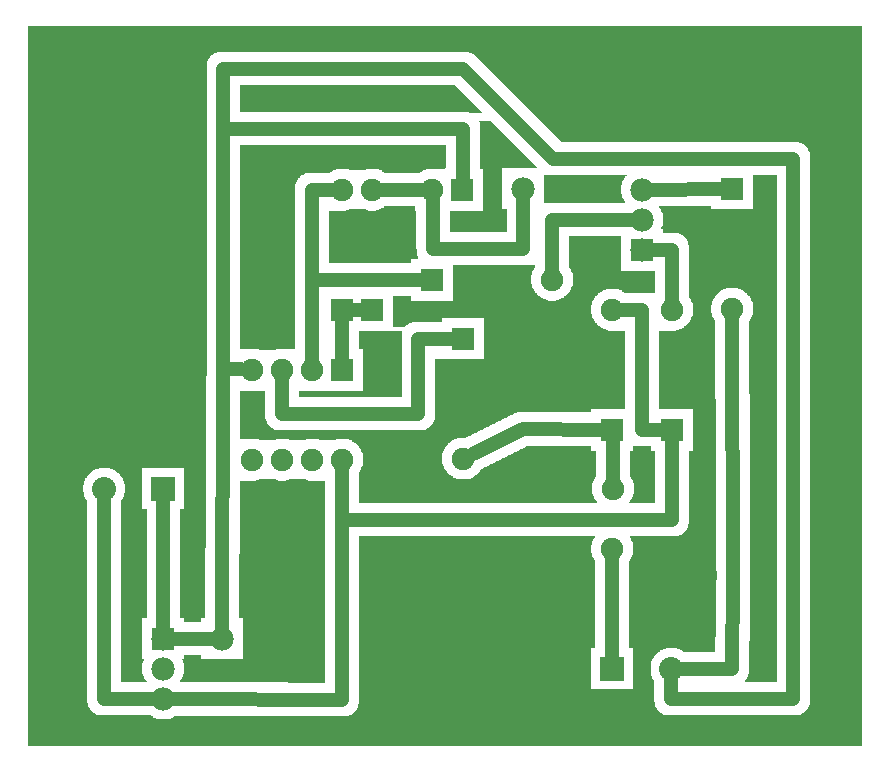
<source format=gbl>
G04 MADE WITH FRITZING*
G04 WWW.FRITZING.ORG*
G04 SINGLE SIDED*
G04 HOLES NOT PLATED*
G04 CONTOUR ON CENTER OF CONTOUR VECTOR*
%ASAXBY*%
%FSLAX23Y23*%
%MOIN*%
%OFA0B0*%
%SFA1.0B1.0*%
%ADD10C,0.075000*%
%ADD11C,0.080000*%
%ADD12C,0.078000*%
%ADD13R,0.080000X0.080000*%
%ADD14R,0.075000X0.075000*%
%ADD15R,0.078000X0.078000*%
%ADD16C,0.048000*%
%LNCOPPER0*%
G90*
G70*
G54D10*
X1579Y1993D03*
X783Y1858D03*
X1079Y1732D03*
X1176Y1329D03*
X1877Y1645D03*
X777Y816D03*
X1576Y2330D03*
G54D11*
X1950Y270D03*
X2147Y270D03*
X453Y870D03*
X256Y870D03*
G54D10*
X1050Y1267D03*
X1050Y967D03*
X950Y1267D03*
X950Y967D03*
X850Y1267D03*
X850Y967D03*
X750Y1267D03*
X750Y967D03*
G54D12*
X453Y370D03*
X453Y270D03*
X453Y170D03*
X2050Y1667D03*
X2050Y1767D03*
X2050Y1867D03*
X650Y370D03*
G54D10*
X1453Y1370D03*
X1453Y970D03*
X1150Y1467D03*
X1150Y1867D03*
X1050Y1467D03*
X1050Y1867D03*
X1450Y1867D03*
X1350Y1867D03*
X1350Y1567D03*
X1750Y1567D03*
X2150Y1067D03*
X2150Y1467D03*
X1950Y1067D03*
X1950Y1467D03*
X1950Y670D03*
X1953Y870D03*
X2350Y1870D03*
X2350Y1470D03*
G54D12*
X1653Y1870D03*
G54D13*
X1950Y270D03*
X453Y870D03*
G54D14*
X1050Y1267D03*
G54D15*
X453Y370D03*
X2050Y1667D03*
G54D14*
X1453Y1370D03*
X1150Y1467D03*
X1050Y1467D03*
X1450Y1867D03*
X1350Y1567D03*
X2150Y1067D03*
X1950Y1067D03*
X2350Y1870D03*
G54D16*
X256Y170D02*
X416Y170D01*
D02*
X256Y833D02*
X256Y170D01*
D02*
X490Y370D02*
X613Y370D01*
D02*
X1050Y767D02*
X1050Y931D01*
D02*
X1050Y167D02*
X1050Y767D01*
D02*
X490Y170D02*
X1050Y167D01*
D02*
X1303Y1370D02*
X1417Y1370D01*
D02*
X1303Y1120D02*
X1303Y1370D01*
D02*
X850Y1120D02*
X1303Y1120D01*
D02*
X850Y1231D02*
X850Y1120D01*
D02*
X1050Y1431D02*
X1050Y1303D01*
D02*
X1114Y1467D02*
X1086Y1467D01*
D02*
X950Y1867D02*
X950Y1303D01*
D02*
X1014Y1867D02*
X950Y1867D01*
D02*
X1186Y1867D02*
X1314Y1867D01*
D02*
X950Y1567D02*
X950Y1867D01*
D02*
X1314Y1567D02*
X950Y1567D01*
D02*
X1653Y1070D02*
X1914Y1067D01*
D02*
X1485Y986D02*
X1653Y1070D01*
D02*
X2050Y1067D02*
X2114Y1067D01*
D02*
X2050Y1467D02*
X2050Y1067D01*
D02*
X1986Y1467D02*
X2050Y1467D01*
D02*
X1750Y1767D02*
X2013Y1767D01*
D02*
X1750Y1603D02*
X1750Y1767D01*
D02*
X2150Y1667D02*
X2087Y1667D01*
D02*
X2150Y1503D02*
X2150Y1667D01*
D02*
X2150Y767D02*
X1050Y767D01*
D02*
X2150Y1031D02*
X2150Y767D01*
D02*
X1951Y1031D02*
X1953Y906D01*
D02*
X1950Y634D02*
X1950Y307D01*
D02*
X2087Y1867D02*
X2314Y1869D01*
D02*
X2353Y570D02*
X2350Y270D01*
D02*
X2350Y1434D02*
X2353Y570D01*
D02*
X2350Y270D02*
X2184Y270D01*
D02*
X653Y1270D02*
X714Y1268D01*
D02*
X650Y407D02*
X653Y1270D01*
D02*
X653Y2070D02*
X653Y1270D01*
D02*
X1453Y2070D02*
X653Y2070D01*
D02*
X1451Y1903D02*
X1453Y2070D01*
D02*
X1753Y1970D02*
X1453Y2270D01*
D02*
X2553Y1970D02*
X1753Y1970D01*
D02*
X1453Y2270D02*
X653Y2270D01*
D02*
X2147Y170D02*
X2553Y170D01*
D02*
X2553Y170D02*
X2553Y1970D01*
D02*
X653Y2270D02*
X653Y2070D01*
D02*
X2147Y233D02*
X2147Y170D01*
D02*
X453Y833D02*
X453Y407D01*
D02*
X1653Y1670D02*
X1653Y1833D01*
D02*
X1353Y1670D02*
X1653Y1670D01*
D02*
X1351Y1831D02*
X1353Y1670D01*
G36*
X710Y2215D02*
X710Y2127D01*
X1464Y2127D01*
X1464Y2125D01*
X1474Y2125D01*
X1474Y2123D01*
X1516Y2123D01*
X1516Y2125D01*
X1514Y2125D01*
X1514Y2127D01*
X1512Y2127D01*
X1512Y2129D01*
X1510Y2129D01*
X1510Y2131D01*
X1508Y2131D01*
X1508Y2133D01*
X1506Y2133D01*
X1506Y2135D01*
X1504Y2135D01*
X1504Y2137D01*
X1502Y2137D01*
X1502Y2139D01*
X1500Y2139D01*
X1500Y2141D01*
X1498Y2141D01*
X1498Y2143D01*
X1496Y2143D01*
X1496Y2145D01*
X1494Y2145D01*
X1494Y2147D01*
X1492Y2147D01*
X1492Y2149D01*
X1490Y2149D01*
X1490Y2151D01*
X1488Y2151D01*
X1488Y2153D01*
X1486Y2153D01*
X1486Y2155D01*
X1484Y2155D01*
X1484Y2157D01*
X1482Y2157D01*
X1482Y2159D01*
X1480Y2159D01*
X1480Y2161D01*
X1478Y2161D01*
X1478Y2163D01*
X1476Y2163D01*
X1476Y2165D01*
X1474Y2165D01*
X1474Y2167D01*
X1472Y2167D01*
X1472Y2169D01*
X1470Y2169D01*
X1470Y2171D01*
X1468Y2171D01*
X1468Y2173D01*
X1466Y2173D01*
X1466Y2175D01*
X1464Y2175D01*
X1464Y2177D01*
X1462Y2177D01*
X1462Y2179D01*
X1460Y2179D01*
X1460Y2181D01*
X1458Y2181D01*
X1458Y2183D01*
X1456Y2183D01*
X1456Y2185D01*
X1454Y2185D01*
X1454Y2187D01*
X1452Y2187D01*
X1452Y2189D01*
X1450Y2189D01*
X1450Y2191D01*
X1448Y2191D01*
X1448Y2193D01*
X1446Y2193D01*
X1446Y2195D01*
X1444Y2195D01*
X1444Y2197D01*
X1442Y2197D01*
X1442Y2199D01*
X1440Y2199D01*
X1440Y2201D01*
X1438Y2201D01*
X1438Y2203D01*
X1436Y2203D01*
X1436Y2205D01*
X1434Y2205D01*
X1434Y2207D01*
X1432Y2207D01*
X1432Y2209D01*
X1430Y2209D01*
X1430Y2211D01*
X1428Y2211D01*
X1428Y2213D01*
X1426Y2213D01*
X1426Y2215D01*
X710Y2215D01*
G37*
D02*
G36*
X1506Y2095D02*
X1506Y2091D01*
X1508Y2091D01*
X1508Y2081D01*
X1510Y2081D01*
X1510Y2055D01*
X1508Y2055D01*
X1508Y1937D01*
X1520Y1937D01*
X1520Y1797D01*
X1408Y1797D01*
X1408Y1727D01*
X1598Y1727D01*
X1598Y1801D01*
X1584Y1801D01*
X1584Y1939D01*
X1700Y1939D01*
X1700Y1941D01*
X1698Y1941D01*
X1698Y1943D01*
X1696Y1943D01*
X1696Y1945D01*
X1694Y1945D01*
X1694Y1947D01*
X1692Y1947D01*
X1692Y1949D01*
X1690Y1949D01*
X1690Y1951D01*
X1688Y1951D01*
X1688Y1953D01*
X1686Y1953D01*
X1686Y1955D01*
X1684Y1955D01*
X1684Y1957D01*
X1682Y1957D01*
X1682Y1959D01*
X1680Y1959D01*
X1680Y1961D01*
X1678Y1961D01*
X1678Y1963D01*
X1676Y1963D01*
X1676Y1965D01*
X1674Y1965D01*
X1674Y1967D01*
X1672Y1967D01*
X1672Y1969D01*
X1670Y1969D01*
X1670Y1971D01*
X1668Y1971D01*
X1668Y1973D01*
X1666Y1973D01*
X1666Y1975D01*
X1664Y1975D01*
X1664Y1977D01*
X1662Y1977D01*
X1662Y1979D01*
X1660Y1979D01*
X1660Y1981D01*
X1658Y1981D01*
X1658Y1983D01*
X1656Y1983D01*
X1656Y1985D01*
X1654Y1985D01*
X1654Y1987D01*
X1652Y1987D01*
X1652Y1989D01*
X1650Y1989D01*
X1650Y1991D01*
X1648Y1991D01*
X1648Y1993D01*
X1646Y1993D01*
X1646Y1995D01*
X1644Y1995D01*
X1644Y1997D01*
X1642Y1997D01*
X1642Y1999D01*
X1640Y1999D01*
X1640Y2001D01*
X1638Y2001D01*
X1638Y2003D01*
X1636Y2003D01*
X1636Y2005D01*
X1634Y2005D01*
X1634Y2007D01*
X1632Y2007D01*
X1632Y2009D01*
X1630Y2009D01*
X1630Y2011D01*
X1628Y2011D01*
X1628Y2013D01*
X1626Y2013D01*
X1626Y2015D01*
X1624Y2015D01*
X1624Y2017D01*
X1622Y2017D01*
X1622Y2019D01*
X1620Y2019D01*
X1620Y2021D01*
X1618Y2021D01*
X1618Y2023D01*
X1616Y2023D01*
X1616Y2025D01*
X1614Y2025D01*
X1614Y2027D01*
X1612Y2027D01*
X1612Y2029D01*
X1610Y2029D01*
X1610Y2031D01*
X1608Y2031D01*
X1608Y2033D01*
X1606Y2033D01*
X1606Y2035D01*
X1604Y2035D01*
X1604Y2037D01*
X1602Y2037D01*
X1602Y2039D01*
X1600Y2039D01*
X1600Y2041D01*
X1598Y2041D01*
X1598Y2043D01*
X1596Y2043D01*
X1596Y2045D01*
X1594Y2045D01*
X1594Y2047D01*
X1592Y2047D01*
X1592Y2049D01*
X1590Y2049D01*
X1590Y2051D01*
X1588Y2051D01*
X1588Y2053D01*
X1586Y2053D01*
X1586Y2055D01*
X1584Y2055D01*
X1584Y2057D01*
X1582Y2057D01*
X1582Y2059D01*
X1580Y2059D01*
X1580Y2061D01*
X1578Y2061D01*
X1578Y2063D01*
X1576Y2063D01*
X1576Y2065D01*
X1574Y2065D01*
X1574Y2067D01*
X1572Y2067D01*
X1572Y2069D01*
X1570Y2069D01*
X1570Y2071D01*
X1568Y2071D01*
X1568Y2073D01*
X1566Y2073D01*
X1566Y2075D01*
X1564Y2075D01*
X1564Y2077D01*
X1562Y2077D01*
X1562Y2079D01*
X1560Y2079D01*
X1560Y2081D01*
X1558Y2081D01*
X1558Y2083D01*
X1556Y2083D01*
X1556Y2085D01*
X1554Y2085D01*
X1554Y2087D01*
X1552Y2087D01*
X1552Y2089D01*
X1550Y2089D01*
X1550Y2091D01*
X1548Y2091D01*
X1548Y2093D01*
X1546Y2093D01*
X1546Y2095D01*
X1506Y2095D01*
G37*
D02*
G36*
X710Y2015D02*
X710Y1937D01*
X1164Y1937D01*
X1164Y1935D01*
X1172Y1935D01*
X1172Y1933D01*
X1176Y1933D01*
X1176Y1931D01*
X1182Y1931D01*
X1182Y1929D01*
X1184Y1929D01*
X1184Y1927D01*
X1188Y1927D01*
X1188Y1925D01*
X1190Y1925D01*
X1190Y1923D01*
X1310Y1923D01*
X1310Y1925D01*
X1312Y1925D01*
X1312Y1927D01*
X1316Y1927D01*
X1316Y1929D01*
X1318Y1929D01*
X1318Y1931D01*
X1324Y1931D01*
X1324Y1933D01*
X1328Y1933D01*
X1328Y1935D01*
X1336Y1935D01*
X1336Y1937D01*
X1394Y1937D01*
X1394Y1939D01*
X1396Y1939D01*
X1396Y2015D01*
X710Y2015D01*
G37*
D02*
G36*
X710Y1937D02*
X710Y1337D01*
X764Y1337D01*
X764Y1335D01*
X772Y1335D01*
X772Y1333D01*
X776Y1333D01*
X776Y1331D01*
X824Y1331D01*
X824Y1333D01*
X828Y1333D01*
X828Y1335D01*
X836Y1335D01*
X836Y1337D01*
X894Y1337D01*
X894Y1885D01*
X896Y1885D01*
X896Y1891D01*
X898Y1891D01*
X898Y1895D01*
X900Y1895D01*
X900Y1899D01*
X902Y1899D01*
X902Y1903D01*
X904Y1903D01*
X904Y1905D01*
X906Y1905D01*
X906Y1907D01*
X908Y1907D01*
X908Y1909D01*
X910Y1909D01*
X910Y1911D01*
X912Y1911D01*
X912Y1913D01*
X914Y1913D01*
X914Y1915D01*
X918Y1915D01*
X918Y1917D01*
X922Y1917D01*
X922Y1919D01*
X926Y1919D01*
X926Y1921D01*
X934Y1921D01*
X934Y1923D01*
X1010Y1923D01*
X1010Y1925D01*
X1012Y1925D01*
X1012Y1927D01*
X1016Y1927D01*
X1016Y1929D01*
X1018Y1929D01*
X1018Y1931D01*
X1024Y1931D01*
X1024Y1933D01*
X1028Y1933D01*
X1028Y1935D01*
X1036Y1935D01*
X1036Y1937D01*
X710Y1937D01*
G37*
D02*
G36*
X1064Y1937D02*
X1064Y1935D01*
X1072Y1935D01*
X1072Y1933D01*
X1076Y1933D01*
X1076Y1931D01*
X1124Y1931D01*
X1124Y1933D01*
X1128Y1933D01*
X1128Y1935D01*
X1136Y1935D01*
X1136Y1937D01*
X1064Y1937D01*
G37*
D02*
G36*
X1722Y1915D02*
X1722Y1823D01*
X1994Y1823D01*
X1994Y1827D01*
X1992Y1827D01*
X1992Y1829D01*
X1990Y1829D01*
X1990Y1833D01*
X1988Y1833D01*
X1988Y1835D01*
X1986Y1835D01*
X1986Y1839D01*
X1984Y1839D01*
X1984Y1845D01*
X1982Y1845D01*
X1982Y1853D01*
X1980Y1853D01*
X1980Y1881D01*
X1982Y1881D01*
X1982Y1889D01*
X1984Y1889D01*
X1984Y1895D01*
X1986Y1895D01*
X1986Y1899D01*
X1988Y1899D01*
X1988Y1901D01*
X1990Y1901D01*
X1990Y1905D01*
X1992Y1905D01*
X1992Y1907D01*
X1994Y1907D01*
X1994Y1911D01*
X1996Y1911D01*
X1996Y1913D01*
X1998Y1913D01*
X1998Y1915D01*
X1722Y1915D01*
G37*
D02*
G36*
X1190Y1811D02*
X1190Y1809D01*
X1188Y1809D01*
X1188Y1807D01*
X1184Y1807D01*
X1184Y1805D01*
X1180Y1805D01*
X1180Y1803D01*
X1176Y1803D01*
X1176Y1801D01*
X1172Y1801D01*
X1172Y1799D01*
X1164Y1799D01*
X1164Y1797D01*
X1294Y1797D01*
X1294Y1811D01*
X1190Y1811D01*
G37*
D02*
G36*
X1076Y1803D02*
X1076Y1801D01*
X1072Y1801D01*
X1072Y1799D01*
X1064Y1799D01*
X1064Y1797D01*
X1136Y1797D01*
X1136Y1799D01*
X1128Y1799D01*
X1128Y1801D01*
X1124Y1801D01*
X1124Y1803D01*
X1076Y1803D01*
G37*
D02*
G36*
X1006Y1797D02*
X1006Y1795D01*
X1294Y1795D01*
X1294Y1797D01*
X1006Y1797D01*
G37*
D02*
G36*
X1006Y1797D02*
X1006Y1795D01*
X1294Y1795D01*
X1294Y1797D01*
X1006Y1797D01*
G37*
D02*
G36*
X1006Y1795D02*
X1006Y1623D01*
X1280Y1623D01*
X1280Y1637D01*
X1304Y1637D01*
X1304Y1639D01*
X1302Y1639D01*
X1302Y1645D01*
X1300Y1645D01*
X1300Y1649D01*
X1298Y1649D01*
X1298Y1669D01*
X1296Y1669D01*
X1296Y1795D01*
X1006Y1795D01*
G37*
D02*
G36*
X1106Y1397D02*
X1106Y1337D01*
X1120Y1337D01*
X1120Y1197D01*
X906Y1197D01*
X906Y1177D01*
X1248Y1177D01*
X1248Y1391D01*
X1250Y1391D01*
X1250Y1397D01*
X1106Y1397D01*
G37*
D02*
G36*
X1806Y1711D02*
X1806Y1607D01*
X1808Y1607D01*
X1808Y1605D01*
X1810Y1605D01*
X1810Y1601D01*
X1812Y1601D01*
X1812Y1597D01*
X1814Y1597D01*
X1814Y1593D01*
X1816Y1593D01*
X1816Y1589D01*
X1818Y1589D01*
X1818Y1581D01*
X1820Y1581D01*
X1820Y1553D01*
X1818Y1553D01*
X1818Y1545D01*
X1816Y1545D01*
X1816Y1541D01*
X1814Y1541D01*
X1814Y1537D01*
X1964Y1537D01*
X1964Y1535D01*
X1972Y1535D01*
X1972Y1533D01*
X1976Y1533D01*
X1976Y1531D01*
X1982Y1531D01*
X1982Y1529D01*
X1984Y1529D01*
X1984Y1527D01*
X1988Y1527D01*
X1988Y1525D01*
X1990Y1525D01*
X1990Y1523D01*
X2094Y1523D01*
X2094Y1597D01*
X1980Y1597D01*
X1980Y1711D01*
X1806Y1711D01*
G37*
D02*
G36*
X1420Y1615D02*
X1420Y1497D01*
X1736Y1497D01*
X1736Y1499D01*
X1728Y1499D01*
X1728Y1501D01*
X1724Y1501D01*
X1724Y1503D01*
X1718Y1503D01*
X1718Y1505D01*
X1716Y1505D01*
X1716Y1507D01*
X1712Y1507D01*
X1712Y1509D01*
X1710Y1509D01*
X1710Y1511D01*
X1706Y1511D01*
X1706Y1513D01*
X1704Y1513D01*
X1704Y1515D01*
X1702Y1515D01*
X1702Y1517D01*
X1700Y1517D01*
X1700Y1519D01*
X1698Y1519D01*
X1698Y1521D01*
X1696Y1521D01*
X1696Y1523D01*
X1694Y1523D01*
X1694Y1527D01*
X1692Y1527D01*
X1692Y1529D01*
X1690Y1529D01*
X1690Y1533D01*
X1688Y1533D01*
X1688Y1535D01*
X1686Y1535D01*
X1686Y1539D01*
X1684Y1539D01*
X1684Y1545D01*
X1682Y1545D01*
X1682Y1553D01*
X1680Y1553D01*
X1680Y1581D01*
X1682Y1581D01*
X1682Y1589D01*
X1684Y1589D01*
X1684Y1595D01*
X1686Y1595D01*
X1686Y1599D01*
X1688Y1599D01*
X1688Y1601D01*
X1690Y1601D01*
X1690Y1605D01*
X1692Y1605D01*
X1692Y1607D01*
X1694Y1607D01*
X1694Y1615D01*
X1420Y1615D01*
G37*
D02*
G36*
X1812Y1537D02*
X1812Y1533D01*
X1810Y1533D01*
X1810Y1529D01*
X1808Y1529D01*
X1808Y1527D01*
X1806Y1527D01*
X1806Y1523D01*
X1804Y1523D01*
X1804Y1521D01*
X1802Y1521D01*
X1802Y1519D01*
X1800Y1519D01*
X1800Y1517D01*
X1798Y1517D01*
X1798Y1515D01*
X1796Y1515D01*
X1796Y1513D01*
X1794Y1513D01*
X1794Y1511D01*
X1790Y1511D01*
X1790Y1509D01*
X1788Y1509D01*
X1788Y1507D01*
X1784Y1507D01*
X1784Y1505D01*
X1780Y1505D01*
X1780Y1503D01*
X1776Y1503D01*
X1776Y1501D01*
X1772Y1501D01*
X1772Y1499D01*
X1764Y1499D01*
X1764Y1497D01*
X1886Y1497D01*
X1886Y1499D01*
X1888Y1499D01*
X1888Y1501D01*
X1890Y1501D01*
X1890Y1505D01*
X1892Y1505D01*
X1892Y1507D01*
X1894Y1507D01*
X1894Y1511D01*
X1896Y1511D01*
X1896Y1513D01*
X1898Y1513D01*
X1898Y1515D01*
X1900Y1515D01*
X1900Y1517D01*
X1902Y1517D01*
X1902Y1519D01*
X1904Y1519D01*
X1904Y1521D01*
X1906Y1521D01*
X1906Y1523D01*
X1910Y1523D01*
X1910Y1525D01*
X1912Y1525D01*
X1912Y1527D01*
X1916Y1527D01*
X1916Y1529D01*
X1918Y1529D01*
X1918Y1531D01*
X1924Y1531D01*
X1924Y1533D01*
X1928Y1533D01*
X1928Y1535D01*
X1936Y1535D01*
X1936Y1537D01*
X1812Y1537D01*
G37*
D02*
G36*
X1220Y1511D02*
X1220Y1497D01*
X1280Y1497D01*
X1280Y1511D01*
X1220Y1511D01*
G37*
D02*
G36*
X1220Y1497D02*
X1220Y1495D01*
X1886Y1495D01*
X1886Y1497D01*
X1220Y1497D01*
G37*
D02*
G36*
X1220Y1497D02*
X1220Y1495D01*
X1886Y1495D01*
X1886Y1497D01*
X1220Y1497D01*
G37*
D02*
G36*
X1220Y1497D02*
X1220Y1495D01*
X1886Y1495D01*
X1886Y1497D01*
X1220Y1497D01*
G37*
D02*
G36*
X1220Y1495D02*
X1220Y1439D01*
X1522Y1439D01*
X1522Y1301D01*
X1360Y1301D01*
X1360Y1127D01*
X1676Y1127D01*
X1676Y1125D01*
X1880Y1125D01*
X1880Y1137D01*
X1994Y1137D01*
X1994Y1397D01*
X1936Y1397D01*
X1936Y1399D01*
X1928Y1399D01*
X1928Y1401D01*
X1924Y1401D01*
X1924Y1403D01*
X1918Y1403D01*
X1918Y1405D01*
X1916Y1405D01*
X1916Y1407D01*
X1912Y1407D01*
X1912Y1409D01*
X1910Y1409D01*
X1910Y1411D01*
X1906Y1411D01*
X1906Y1413D01*
X1904Y1413D01*
X1904Y1415D01*
X1902Y1415D01*
X1902Y1417D01*
X1900Y1417D01*
X1900Y1419D01*
X1898Y1419D01*
X1898Y1421D01*
X1896Y1421D01*
X1896Y1423D01*
X1894Y1423D01*
X1894Y1427D01*
X1892Y1427D01*
X1892Y1429D01*
X1890Y1429D01*
X1890Y1433D01*
X1888Y1433D01*
X1888Y1435D01*
X1886Y1435D01*
X1886Y1439D01*
X1884Y1439D01*
X1884Y1445D01*
X1882Y1445D01*
X1882Y1453D01*
X1880Y1453D01*
X1880Y1481D01*
X1882Y1481D01*
X1882Y1489D01*
X1884Y1489D01*
X1884Y1495D01*
X1220Y1495D01*
G37*
D02*
G36*
X1220Y1439D02*
X1220Y1409D01*
X1260Y1409D01*
X1260Y1411D01*
X1262Y1411D01*
X1262Y1413D01*
X1264Y1413D01*
X1264Y1415D01*
X1266Y1415D01*
X1266Y1417D01*
X1270Y1417D01*
X1270Y1419D01*
X1272Y1419D01*
X1272Y1421D01*
X1276Y1421D01*
X1276Y1423D01*
X1282Y1423D01*
X1282Y1425D01*
X1292Y1425D01*
X1292Y1427D01*
X1384Y1427D01*
X1384Y1439D01*
X1220Y1439D01*
G37*
D02*
G36*
X708Y1197D02*
X708Y1065D01*
X830Y1065D01*
X830Y1067D01*
X824Y1067D01*
X824Y1069D01*
X820Y1069D01*
X820Y1071D01*
X816Y1071D01*
X816Y1073D01*
X814Y1073D01*
X814Y1075D01*
X812Y1075D01*
X812Y1077D01*
X808Y1077D01*
X808Y1079D01*
X806Y1079D01*
X806Y1083D01*
X804Y1083D01*
X804Y1085D01*
X802Y1085D01*
X802Y1087D01*
X800Y1087D01*
X800Y1091D01*
X798Y1091D01*
X798Y1097D01*
X796Y1097D01*
X796Y1103D01*
X794Y1103D01*
X794Y1197D01*
X708Y1197D01*
G37*
D02*
G36*
X1360Y1127D02*
X1360Y1109D01*
X1358Y1109D01*
X1358Y1099D01*
X1356Y1099D01*
X1356Y1093D01*
X1354Y1093D01*
X1354Y1089D01*
X1352Y1089D01*
X1352Y1087D01*
X1350Y1087D01*
X1350Y1083D01*
X1348Y1083D01*
X1348Y1081D01*
X1346Y1081D01*
X1346Y1079D01*
X1344Y1079D01*
X1344Y1077D01*
X1342Y1077D01*
X1342Y1075D01*
X1340Y1075D01*
X1340Y1073D01*
X1336Y1073D01*
X1336Y1071D01*
X1334Y1071D01*
X1334Y1069D01*
X1330Y1069D01*
X1330Y1067D01*
X1324Y1067D01*
X1324Y1065D01*
X1514Y1065D01*
X1514Y1067D01*
X1518Y1067D01*
X1518Y1069D01*
X1522Y1069D01*
X1522Y1071D01*
X1526Y1071D01*
X1526Y1073D01*
X1530Y1073D01*
X1530Y1075D01*
X1534Y1075D01*
X1534Y1077D01*
X1538Y1077D01*
X1538Y1079D01*
X1542Y1079D01*
X1542Y1081D01*
X1546Y1081D01*
X1546Y1083D01*
X1550Y1083D01*
X1550Y1085D01*
X1554Y1085D01*
X1554Y1087D01*
X1558Y1087D01*
X1558Y1089D01*
X1562Y1089D01*
X1562Y1091D01*
X1566Y1091D01*
X1566Y1093D01*
X1570Y1093D01*
X1570Y1095D01*
X1574Y1095D01*
X1574Y1097D01*
X1578Y1097D01*
X1578Y1099D01*
X1582Y1099D01*
X1582Y1101D01*
X1586Y1101D01*
X1586Y1103D01*
X1590Y1103D01*
X1590Y1105D01*
X1594Y1105D01*
X1594Y1107D01*
X1598Y1107D01*
X1598Y1109D01*
X1602Y1109D01*
X1602Y1111D01*
X1606Y1111D01*
X1606Y1113D01*
X1610Y1113D01*
X1610Y1115D01*
X1614Y1115D01*
X1614Y1117D01*
X1618Y1117D01*
X1618Y1119D01*
X1622Y1119D01*
X1622Y1121D01*
X1626Y1121D01*
X1626Y1123D01*
X1632Y1123D01*
X1632Y1125D01*
X1642Y1125D01*
X1642Y1127D01*
X1360Y1127D01*
G37*
D02*
G36*
X708Y1065D02*
X708Y1063D01*
X1510Y1063D01*
X1510Y1065D01*
X708Y1065D01*
G37*
D02*
G36*
X708Y1065D02*
X708Y1063D01*
X1510Y1063D01*
X1510Y1065D01*
X708Y1065D01*
G37*
D02*
G36*
X708Y1063D02*
X708Y1037D01*
X1064Y1037D01*
X1064Y1035D01*
X1072Y1035D01*
X1072Y1033D01*
X1076Y1033D01*
X1076Y1031D01*
X1082Y1031D01*
X1082Y1029D01*
X1084Y1029D01*
X1084Y1027D01*
X1088Y1027D01*
X1088Y1025D01*
X1090Y1025D01*
X1090Y1023D01*
X1094Y1023D01*
X1094Y1021D01*
X1096Y1021D01*
X1096Y1019D01*
X1098Y1019D01*
X1098Y1017D01*
X1100Y1017D01*
X1100Y1015D01*
X1102Y1015D01*
X1102Y1013D01*
X1104Y1013D01*
X1104Y1011D01*
X1106Y1011D01*
X1106Y1007D01*
X1108Y1007D01*
X1108Y1005D01*
X1110Y1005D01*
X1110Y1001D01*
X1112Y1001D01*
X1112Y997D01*
X1114Y997D01*
X1114Y993D01*
X1116Y993D01*
X1116Y989D01*
X1118Y989D01*
X1118Y981D01*
X1120Y981D01*
X1120Y953D01*
X1118Y953D01*
X1118Y945D01*
X1116Y945D01*
X1116Y941D01*
X1114Y941D01*
X1114Y937D01*
X1112Y937D01*
X1112Y933D01*
X1110Y933D01*
X1110Y929D01*
X1108Y929D01*
X1108Y927D01*
X1106Y927D01*
X1106Y901D01*
X1436Y901D01*
X1436Y903D01*
X1430Y903D01*
X1430Y905D01*
X1424Y905D01*
X1424Y907D01*
X1420Y907D01*
X1420Y909D01*
X1418Y909D01*
X1418Y911D01*
X1414Y911D01*
X1414Y913D01*
X1412Y913D01*
X1412Y915D01*
X1408Y915D01*
X1408Y917D01*
X1406Y917D01*
X1406Y919D01*
X1404Y919D01*
X1404Y921D01*
X1402Y921D01*
X1402Y923D01*
X1400Y923D01*
X1400Y925D01*
X1398Y925D01*
X1398Y929D01*
X1396Y929D01*
X1396Y931D01*
X1394Y931D01*
X1394Y935D01*
X1392Y935D01*
X1392Y937D01*
X1390Y937D01*
X1390Y941D01*
X1388Y941D01*
X1388Y945D01*
X1386Y945D01*
X1386Y953D01*
X1384Y953D01*
X1384Y989D01*
X1386Y989D01*
X1386Y995D01*
X1388Y995D01*
X1388Y999D01*
X1390Y999D01*
X1390Y1003D01*
X1392Y1003D01*
X1392Y1007D01*
X1394Y1007D01*
X1394Y1009D01*
X1396Y1009D01*
X1396Y1011D01*
X1398Y1011D01*
X1398Y1015D01*
X1400Y1015D01*
X1400Y1017D01*
X1402Y1017D01*
X1402Y1019D01*
X1404Y1019D01*
X1404Y1021D01*
X1406Y1021D01*
X1406Y1023D01*
X1408Y1023D01*
X1408Y1025D01*
X1412Y1025D01*
X1412Y1027D01*
X1414Y1027D01*
X1414Y1029D01*
X1416Y1029D01*
X1416Y1031D01*
X1420Y1031D01*
X1420Y1033D01*
X1424Y1033D01*
X1424Y1035D01*
X1428Y1035D01*
X1428Y1037D01*
X1434Y1037D01*
X1434Y1039D01*
X1462Y1039D01*
X1462Y1041D01*
X1466Y1041D01*
X1466Y1043D01*
X1470Y1043D01*
X1470Y1045D01*
X1474Y1045D01*
X1474Y1047D01*
X1478Y1047D01*
X1478Y1049D01*
X1482Y1049D01*
X1482Y1051D01*
X1486Y1051D01*
X1486Y1053D01*
X1490Y1053D01*
X1490Y1055D01*
X1494Y1055D01*
X1494Y1057D01*
X1498Y1057D01*
X1498Y1059D01*
X1502Y1059D01*
X1502Y1061D01*
X1506Y1061D01*
X1506Y1063D01*
X708Y1063D01*
G37*
D02*
G36*
X764Y1037D02*
X764Y1035D01*
X772Y1035D01*
X772Y1033D01*
X776Y1033D01*
X776Y1031D01*
X824Y1031D01*
X824Y1033D01*
X828Y1033D01*
X828Y1035D01*
X836Y1035D01*
X836Y1037D01*
X764Y1037D01*
G37*
D02*
G36*
X864Y1037D02*
X864Y1035D01*
X872Y1035D01*
X872Y1033D01*
X876Y1033D01*
X876Y1031D01*
X924Y1031D01*
X924Y1033D01*
X928Y1033D01*
X928Y1035D01*
X936Y1035D01*
X936Y1037D01*
X864Y1037D01*
G37*
D02*
G36*
X964Y1037D02*
X964Y1035D01*
X972Y1035D01*
X972Y1033D01*
X976Y1033D01*
X976Y1031D01*
X1024Y1031D01*
X1024Y1033D01*
X1028Y1033D01*
X1028Y1035D01*
X1036Y1035D01*
X1036Y1037D01*
X964Y1037D01*
G37*
D02*
G36*
X1668Y1013D02*
X1668Y1011D01*
X1664Y1011D01*
X1664Y1009D01*
X1660Y1009D01*
X1660Y1007D01*
X1656Y1007D01*
X1656Y1005D01*
X1652Y1005D01*
X1652Y1003D01*
X1648Y1003D01*
X1648Y1001D01*
X1644Y1001D01*
X1644Y999D01*
X1640Y999D01*
X1640Y997D01*
X1636Y997D01*
X1636Y995D01*
X1632Y995D01*
X1632Y993D01*
X1628Y993D01*
X1628Y991D01*
X1624Y991D01*
X1624Y989D01*
X1620Y989D01*
X1620Y987D01*
X1616Y987D01*
X1616Y985D01*
X1612Y985D01*
X1612Y983D01*
X1608Y983D01*
X1608Y981D01*
X1604Y981D01*
X1604Y979D01*
X1600Y979D01*
X1600Y977D01*
X1596Y977D01*
X1596Y975D01*
X1592Y975D01*
X1592Y973D01*
X1588Y973D01*
X1588Y971D01*
X1584Y971D01*
X1584Y969D01*
X1580Y969D01*
X1580Y967D01*
X1576Y967D01*
X1576Y965D01*
X1572Y965D01*
X1572Y963D01*
X1568Y963D01*
X1568Y961D01*
X1564Y961D01*
X1564Y959D01*
X1560Y959D01*
X1560Y957D01*
X1556Y957D01*
X1556Y955D01*
X1552Y955D01*
X1552Y953D01*
X1548Y953D01*
X1548Y951D01*
X1544Y951D01*
X1544Y949D01*
X1540Y949D01*
X1540Y947D01*
X1536Y947D01*
X1536Y945D01*
X1532Y945D01*
X1532Y943D01*
X1528Y943D01*
X1528Y941D01*
X1524Y941D01*
X1524Y939D01*
X1520Y939D01*
X1520Y937D01*
X1516Y937D01*
X1516Y935D01*
X1514Y935D01*
X1514Y933D01*
X1512Y933D01*
X1512Y931D01*
X1510Y931D01*
X1510Y929D01*
X1508Y929D01*
X1508Y925D01*
X1506Y925D01*
X1506Y923D01*
X1504Y923D01*
X1504Y921D01*
X1502Y921D01*
X1502Y919D01*
X1500Y919D01*
X1500Y917D01*
X1498Y917D01*
X1498Y915D01*
X1494Y915D01*
X1494Y913D01*
X1492Y913D01*
X1492Y911D01*
X1490Y911D01*
X1490Y909D01*
X1486Y909D01*
X1486Y907D01*
X1482Y907D01*
X1482Y905D01*
X1478Y905D01*
X1478Y903D01*
X1470Y903D01*
X1470Y901D01*
X1890Y901D01*
X1890Y903D01*
X1892Y903D01*
X1892Y907D01*
X1894Y907D01*
X1894Y909D01*
X1896Y909D01*
X1896Y995D01*
X1894Y995D01*
X1894Y997D01*
X1880Y997D01*
X1880Y1011D01*
X1850Y1011D01*
X1850Y1013D01*
X1668Y1013D01*
G37*
D02*
G36*
X1106Y901D02*
X1106Y899D01*
X1890Y899D01*
X1890Y901D01*
X1106Y901D01*
G37*
D02*
G36*
X1106Y901D02*
X1106Y899D01*
X1890Y899D01*
X1890Y901D01*
X1106Y901D01*
G37*
D02*
G36*
X1106Y899D02*
X1106Y823D01*
X1900Y823D01*
X1900Y825D01*
X1898Y825D01*
X1898Y829D01*
X1896Y829D01*
X1896Y831D01*
X1894Y831D01*
X1894Y835D01*
X1892Y835D01*
X1892Y837D01*
X1890Y837D01*
X1890Y841D01*
X1888Y841D01*
X1888Y845D01*
X1886Y845D01*
X1886Y853D01*
X1884Y853D01*
X1884Y889D01*
X1886Y889D01*
X1886Y895D01*
X1888Y895D01*
X1888Y899D01*
X1106Y899D01*
G37*
D02*
G36*
X2020Y1011D02*
X2020Y997D01*
X2008Y997D01*
X2008Y913D01*
X2010Y913D01*
X2010Y909D01*
X2012Y909D01*
X2012Y907D01*
X2014Y907D01*
X2014Y903D01*
X2016Y903D01*
X2016Y899D01*
X2018Y899D01*
X2018Y895D01*
X2020Y895D01*
X2020Y889D01*
X2022Y889D01*
X2022Y851D01*
X2020Y851D01*
X2020Y845D01*
X2018Y845D01*
X2018Y841D01*
X2016Y841D01*
X2016Y837D01*
X2014Y837D01*
X2014Y833D01*
X2012Y833D01*
X2012Y831D01*
X2010Y831D01*
X2010Y829D01*
X2008Y829D01*
X2008Y825D01*
X2006Y825D01*
X2006Y823D01*
X2094Y823D01*
X2094Y997D01*
X2080Y997D01*
X2080Y1011D01*
X2020Y1011D01*
G37*
D02*
G36*
X776Y903D02*
X776Y901D01*
X772Y901D01*
X772Y899D01*
X764Y899D01*
X764Y897D01*
X836Y897D01*
X836Y899D01*
X828Y899D01*
X828Y901D01*
X824Y901D01*
X824Y903D01*
X776Y903D01*
G37*
D02*
G36*
X876Y903D02*
X876Y901D01*
X872Y901D01*
X872Y899D01*
X864Y899D01*
X864Y897D01*
X936Y897D01*
X936Y899D01*
X928Y899D01*
X928Y901D01*
X924Y901D01*
X924Y903D01*
X876Y903D01*
G37*
D02*
G36*
X708Y897D02*
X708Y895D01*
X994Y895D01*
X994Y897D01*
X708Y897D01*
G37*
D02*
G36*
X708Y897D02*
X708Y895D01*
X994Y895D01*
X994Y897D01*
X708Y897D01*
G37*
D02*
G36*
X708Y895D02*
X708Y653D01*
X706Y653D01*
X706Y439D01*
X720Y439D01*
X720Y301D01*
X994Y301D01*
X994Y895D01*
X708Y895D01*
G37*
D02*
G36*
X522Y315D02*
X522Y301D01*
X580Y301D01*
X580Y315D01*
X522Y315D01*
G37*
D02*
G36*
X516Y301D02*
X516Y299D01*
X994Y299D01*
X994Y301D01*
X516Y301D01*
G37*
D02*
G36*
X516Y301D02*
X516Y299D01*
X994Y299D01*
X994Y301D01*
X516Y301D01*
G37*
D02*
G36*
X518Y299D02*
X518Y295D01*
X520Y295D01*
X520Y289D01*
X522Y289D01*
X522Y251D01*
X520Y251D01*
X520Y245D01*
X518Y245D01*
X518Y241D01*
X516Y241D01*
X516Y237D01*
X514Y237D01*
X514Y233D01*
X512Y233D01*
X512Y231D01*
X510Y231D01*
X510Y229D01*
X508Y229D01*
X508Y225D01*
X870Y225D01*
X870Y223D01*
X994Y223D01*
X994Y299D01*
X518Y299D01*
G37*
D02*
G36*
X4Y2413D02*
X4Y2327D01*
X1464Y2327D01*
X1464Y2325D01*
X1474Y2325D01*
X1474Y2323D01*
X1480Y2323D01*
X1480Y2321D01*
X1484Y2321D01*
X1484Y2319D01*
X1488Y2319D01*
X1488Y2317D01*
X1490Y2317D01*
X1490Y2315D01*
X1492Y2315D01*
X1492Y2313D01*
X1494Y2313D01*
X1494Y2311D01*
X1496Y2311D01*
X1496Y2309D01*
X1498Y2309D01*
X1498Y2307D01*
X1500Y2307D01*
X1500Y2305D01*
X1502Y2305D01*
X1502Y2303D01*
X1504Y2303D01*
X1504Y2301D01*
X1506Y2301D01*
X1506Y2299D01*
X1508Y2299D01*
X1508Y2297D01*
X1510Y2297D01*
X1510Y2295D01*
X1512Y2295D01*
X1512Y2293D01*
X1514Y2293D01*
X1514Y2291D01*
X1516Y2291D01*
X1516Y2289D01*
X1518Y2289D01*
X1518Y2287D01*
X1520Y2287D01*
X1520Y2285D01*
X1522Y2285D01*
X1522Y2283D01*
X1524Y2283D01*
X1524Y2281D01*
X1526Y2281D01*
X1526Y2279D01*
X1528Y2279D01*
X1528Y2277D01*
X1530Y2277D01*
X1530Y2275D01*
X1532Y2275D01*
X1532Y2273D01*
X1534Y2273D01*
X1534Y2271D01*
X1536Y2271D01*
X1536Y2269D01*
X1538Y2269D01*
X1538Y2267D01*
X1540Y2267D01*
X1540Y2265D01*
X1542Y2265D01*
X1542Y2263D01*
X1544Y2263D01*
X1544Y2261D01*
X1546Y2261D01*
X1546Y2259D01*
X1548Y2259D01*
X1548Y2257D01*
X1550Y2257D01*
X1550Y2255D01*
X1552Y2255D01*
X1552Y2253D01*
X1554Y2253D01*
X1554Y2251D01*
X1556Y2251D01*
X1556Y2249D01*
X1558Y2249D01*
X1558Y2247D01*
X1560Y2247D01*
X1560Y2245D01*
X1562Y2245D01*
X1562Y2243D01*
X1564Y2243D01*
X1564Y2241D01*
X1566Y2241D01*
X1566Y2239D01*
X1568Y2239D01*
X1568Y2237D01*
X1570Y2237D01*
X1570Y2235D01*
X1572Y2235D01*
X1572Y2233D01*
X1574Y2233D01*
X1574Y2231D01*
X1576Y2231D01*
X1576Y2229D01*
X1578Y2229D01*
X1578Y2227D01*
X1580Y2227D01*
X1580Y2225D01*
X1582Y2225D01*
X1582Y2223D01*
X1584Y2223D01*
X1584Y2221D01*
X1586Y2221D01*
X1586Y2219D01*
X1588Y2219D01*
X1588Y2217D01*
X1590Y2217D01*
X1590Y2215D01*
X1592Y2215D01*
X1592Y2213D01*
X1594Y2213D01*
X1594Y2211D01*
X1596Y2211D01*
X1596Y2209D01*
X1598Y2209D01*
X1598Y2207D01*
X1600Y2207D01*
X1600Y2205D01*
X1602Y2205D01*
X1602Y2203D01*
X1604Y2203D01*
X1604Y2201D01*
X1606Y2201D01*
X1606Y2199D01*
X1608Y2199D01*
X1608Y2197D01*
X1610Y2197D01*
X1610Y2195D01*
X1612Y2195D01*
X1612Y2193D01*
X1614Y2193D01*
X1614Y2191D01*
X1616Y2191D01*
X1616Y2189D01*
X1618Y2189D01*
X1618Y2187D01*
X1620Y2187D01*
X1620Y2185D01*
X1622Y2185D01*
X1622Y2183D01*
X1624Y2183D01*
X1624Y2181D01*
X1626Y2181D01*
X1626Y2179D01*
X1628Y2179D01*
X1628Y2177D01*
X1630Y2177D01*
X1630Y2175D01*
X1632Y2175D01*
X1632Y2173D01*
X1634Y2173D01*
X1634Y2171D01*
X1636Y2171D01*
X1636Y2169D01*
X1638Y2169D01*
X1638Y2167D01*
X1640Y2167D01*
X1640Y2165D01*
X1642Y2165D01*
X1642Y2163D01*
X1644Y2163D01*
X1644Y2161D01*
X1646Y2161D01*
X1646Y2159D01*
X1648Y2159D01*
X1648Y2157D01*
X1650Y2157D01*
X1650Y2155D01*
X1652Y2155D01*
X1652Y2153D01*
X1654Y2153D01*
X1654Y2151D01*
X1656Y2151D01*
X1656Y2149D01*
X1658Y2149D01*
X1658Y2147D01*
X1660Y2147D01*
X1660Y2145D01*
X1662Y2145D01*
X1662Y2143D01*
X1664Y2143D01*
X1664Y2141D01*
X1666Y2141D01*
X1666Y2139D01*
X1668Y2139D01*
X1668Y2137D01*
X1670Y2137D01*
X1670Y2135D01*
X1672Y2135D01*
X1672Y2133D01*
X1674Y2133D01*
X1674Y2131D01*
X1676Y2131D01*
X1676Y2129D01*
X1678Y2129D01*
X1678Y2127D01*
X1680Y2127D01*
X1680Y2125D01*
X1682Y2125D01*
X1682Y2123D01*
X1684Y2123D01*
X1684Y2121D01*
X1686Y2121D01*
X1686Y2119D01*
X1688Y2119D01*
X1688Y2117D01*
X1690Y2117D01*
X1690Y2115D01*
X1692Y2115D01*
X1692Y2113D01*
X1694Y2113D01*
X1694Y2111D01*
X1696Y2111D01*
X1696Y2109D01*
X1698Y2109D01*
X1698Y2107D01*
X1700Y2107D01*
X1700Y2105D01*
X1702Y2105D01*
X1702Y2103D01*
X1704Y2103D01*
X1704Y2101D01*
X1706Y2101D01*
X1706Y2099D01*
X1708Y2099D01*
X1708Y2097D01*
X1710Y2097D01*
X1710Y2095D01*
X1712Y2095D01*
X1712Y2093D01*
X1714Y2093D01*
X1714Y2091D01*
X1716Y2091D01*
X1716Y2089D01*
X1718Y2089D01*
X1718Y2087D01*
X1720Y2087D01*
X1720Y2085D01*
X1722Y2085D01*
X1722Y2083D01*
X1724Y2083D01*
X1724Y2081D01*
X1726Y2081D01*
X1726Y2079D01*
X1728Y2079D01*
X1728Y2077D01*
X1730Y2077D01*
X1730Y2075D01*
X1732Y2075D01*
X1732Y2073D01*
X1734Y2073D01*
X1734Y2071D01*
X1736Y2071D01*
X1736Y2069D01*
X1738Y2069D01*
X1738Y2067D01*
X1740Y2067D01*
X1740Y2065D01*
X1742Y2065D01*
X1742Y2063D01*
X1744Y2063D01*
X1744Y2061D01*
X1746Y2061D01*
X1746Y2059D01*
X1748Y2059D01*
X1748Y2057D01*
X1750Y2057D01*
X1750Y2055D01*
X1752Y2055D01*
X1752Y2053D01*
X1754Y2053D01*
X1754Y2051D01*
X1756Y2051D01*
X1756Y2049D01*
X1758Y2049D01*
X1758Y2047D01*
X1760Y2047D01*
X1760Y2045D01*
X1762Y2045D01*
X1762Y2043D01*
X1764Y2043D01*
X1764Y2041D01*
X1766Y2041D01*
X1766Y2039D01*
X1768Y2039D01*
X1768Y2037D01*
X1770Y2037D01*
X1770Y2035D01*
X1772Y2035D01*
X1772Y2033D01*
X1774Y2033D01*
X1774Y2031D01*
X1776Y2031D01*
X1776Y2029D01*
X1778Y2029D01*
X1778Y2027D01*
X2564Y2027D01*
X2564Y2025D01*
X2574Y2025D01*
X2574Y2023D01*
X2580Y2023D01*
X2580Y2021D01*
X2584Y2021D01*
X2584Y2019D01*
X2588Y2019D01*
X2588Y2017D01*
X2590Y2017D01*
X2590Y2015D01*
X2592Y2015D01*
X2592Y2013D01*
X2594Y2013D01*
X2594Y2011D01*
X2596Y2011D01*
X2596Y2009D01*
X2598Y2009D01*
X2598Y2007D01*
X2600Y2007D01*
X2600Y2005D01*
X2602Y2005D01*
X2602Y2001D01*
X2604Y2001D01*
X2604Y1997D01*
X2606Y1997D01*
X2606Y1991D01*
X2608Y1991D01*
X2608Y1981D01*
X2610Y1981D01*
X2610Y159D01*
X2608Y159D01*
X2608Y149D01*
X2606Y149D01*
X2606Y143D01*
X2604Y143D01*
X2604Y139D01*
X2602Y139D01*
X2602Y137D01*
X2600Y137D01*
X2600Y133D01*
X2598Y133D01*
X2598Y131D01*
X2596Y131D01*
X2596Y129D01*
X2594Y129D01*
X2594Y127D01*
X2592Y127D01*
X2592Y125D01*
X2590Y125D01*
X2590Y123D01*
X2586Y123D01*
X2586Y121D01*
X2584Y121D01*
X2584Y119D01*
X2580Y119D01*
X2580Y117D01*
X2574Y117D01*
X2574Y115D01*
X2784Y115D01*
X2784Y2413D01*
X4Y2413D01*
G37*
D02*
G36*
X4Y2327D02*
X4Y939D01*
X522Y939D01*
X522Y801D01*
X510Y801D01*
X510Y439D01*
X522Y439D01*
X522Y427D01*
X580Y427D01*
X580Y439D01*
X594Y439D01*
X594Y671D01*
X596Y671D01*
X596Y1245D01*
X598Y1245D01*
X598Y2291D01*
X600Y2291D01*
X600Y2297D01*
X602Y2297D01*
X602Y2301D01*
X604Y2301D01*
X604Y2303D01*
X606Y2303D01*
X606Y2307D01*
X608Y2307D01*
X608Y2309D01*
X610Y2309D01*
X610Y2311D01*
X612Y2311D01*
X612Y2313D01*
X614Y2313D01*
X614Y2315D01*
X616Y2315D01*
X616Y2317D01*
X620Y2317D01*
X620Y2319D01*
X622Y2319D01*
X622Y2321D01*
X626Y2321D01*
X626Y2323D01*
X632Y2323D01*
X632Y2325D01*
X642Y2325D01*
X642Y2327D01*
X4Y2327D01*
G37*
D02*
G36*
X2420Y1915D02*
X2420Y1801D01*
X2498Y1801D01*
X2498Y1915D01*
X2420Y1915D01*
G37*
D02*
G36*
X2152Y1813D02*
X2152Y1811D01*
X2106Y1811D01*
X2106Y1807D01*
X2108Y1807D01*
X2108Y1805D01*
X2110Y1805D01*
X2110Y1801D01*
X2280Y1801D01*
X2280Y1813D01*
X2152Y1813D01*
G37*
D02*
G36*
X2112Y1801D02*
X2112Y1799D01*
X2498Y1799D01*
X2498Y1801D01*
X2112Y1801D01*
G37*
D02*
G36*
X2112Y1801D02*
X2112Y1799D01*
X2498Y1799D01*
X2498Y1801D01*
X2112Y1801D01*
G37*
D02*
G36*
X2114Y1799D02*
X2114Y1793D01*
X2116Y1793D01*
X2116Y1789D01*
X2118Y1789D01*
X2118Y1781D01*
X2120Y1781D01*
X2120Y1753D01*
X2118Y1753D01*
X2118Y1745D01*
X2116Y1745D01*
X2116Y1741D01*
X2114Y1741D01*
X2114Y1737D01*
X2120Y1737D01*
X2120Y1723D01*
X2166Y1723D01*
X2166Y1721D01*
X2174Y1721D01*
X2174Y1719D01*
X2178Y1719D01*
X2178Y1717D01*
X2182Y1717D01*
X2182Y1715D01*
X2186Y1715D01*
X2186Y1713D01*
X2188Y1713D01*
X2188Y1711D01*
X2190Y1711D01*
X2190Y1709D01*
X2192Y1709D01*
X2192Y1707D01*
X2194Y1707D01*
X2194Y1705D01*
X2196Y1705D01*
X2196Y1703D01*
X2198Y1703D01*
X2198Y1699D01*
X2200Y1699D01*
X2200Y1695D01*
X2202Y1695D01*
X2202Y1691D01*
X2204Y1691D01*
X2204Y1683D01*
X2206Y1683D01*
X2206Y1539D01*
X2368Y1539D01*
X2368Y1537D01*
X2374Y1537D01*
X2374Y1535D01*
X2380Y1535D01*
X2380Y1533D01*
X2384Y1533D01*
X2384Y1531D01*
X2386Y1531D01*
X2386Y1529D01*
X2390Y1529D01*
X2390Y1527D01*
X2392Y1527D01*
X2392Y1525D01*
X2394Y1525D01*
X2394Y1523D01*
X2396Y1523D01*
X2396Y1521D01*
X2398Y1521D01*
X2398Y1519D01*
X2400Y1519D01*
X2400Y1517D01*
X2402Y1517D01*
X2402Y1515D01*
X2404Y1515D01*
X2404Y1513D01*
X2406Y1513D01*
X2406Y1511D01*
X2408Y1511D01*
X2408Y1507D01*
X2410Y1507D01*
X2410Y1505D01*
X2412Y1505D01*
X2412Y1501D01*
X2414Y1501D01*
X2414Y1497D01*
X2416Y1497D01*
X2416Y1491D01*
X2418Y1491D01*
X2418Y1483D01*
X2420Y1483D01*
X2420Y1457D01*
X2418Y1457D01*
X2418Y1449D01*
X2416Y1449D01*
X2416Y1443D01*
X2414Y1443D01*
X2414Y1439D01*
X2412Y1439D01*
X2412Y1435D01*
X2410Y1435D01*
X2410Y1433D01*
X2408Y1433D01*
X2408Y1429D01*
X2406Y1429D01*
X2406Y1187D01*
X2408Y1187D01*
X2408Y615D01*
X2410Y615D01*
X2410Y551D01*
X2408Y551D01*
X2408Y361D01*
X2406Y361D01*
X2406Y253D01*
X2404Y253D01*
X2404Y247D01*
X2402Y247D01*
X2402Y241D01*
X2400Y241D01*
X2400Y239D01*
X2398Y239D01*
X2398Y235D01*
X2396Y235D01*
X2396Y233D01*
X2394Y233D01*
X2394Y229D01*
X2392Y229D01*
X2392Y227D01*
X2498Y227D01*
X2498Y1799D01*
X2114Y1799D01*
G37*
D02*
G36*
X2206Y1539D02*
X2206Y1507D01*
X2208Y1507D01*
X2208Y1505D01*
X2210Y1505D01*
X2210Y1501D01*
X2212Y1501D01*
X2212Y1499D01*
X2214Y1499D01*
X2214Y1493D01*
X2216Y1493D01*
X2216Y1489D01*
X2218Y1489D01*
X2218Y1481D01*
X2220Y1481D01*
X2220Y1453D01*
X2218Y1453D01*
X2218Y1445D01*
X2216Y1445D01*
X2216Y1441D01*
X2214Y1441D01*
X2214Y1437D01*
X2212Y1437D01*
X2212Y1433D01*
X2210Y1433D01*
X2210Y1429D01*
X2208Y1429D01*
X2208Y1427D01*
X2206Y1427D01*
X2206Y1423D01*
X2204Y1423D01*
X2204Y1421D01*
X2202Y1421D01*
X2202Y1419D01*
X2200Y1419D01*
X2200Y1417D01*
X2198Y1417D01*
X2198Y1415D01*
X2196Y1415D01*
X2196Y1413D01*
X2194Y1413D01*
X2194Y1411D01*
X2190Y1411D01*
X2190Y1409D01*
X2188Y1409D01*
X2188Y1407D01*
X2184Y1407D01*
X2184Y1405D01*
X2182Y1405D01*
X2182Y1403D01*
X2176Y1403D01*
X2176Y1401D01*
X2172Y1401D01*
X2172Y1399D01*
X2164Y1399D01*
X2164Y1397D01*
X2106Y1397D01*
X2106Y1137D01*
X2220Y1137D01*
X2220Y997D01*
X2206Y997D01*
X2206Y751D01*
X2204Y751D01*
X2204Y743D01*
X2202Y743D01*
X2202Y739D01*
X2200Y739D01*
X2200Y735D01*
X2198Y735D01*
X2198Y731D01*
X2196Y731D01*
X2196Y729D01*
X2194Y729D01*
X2194Y727D01*
X2192Y727D01*
X2192Y725D01*
X2190Y725D01*
X2190Y723D01*
X2188Y723D01*
X2188Y721D01*
X2186Y721D01*
X2186Y719D01*
X2182Y719D01*
X2182Y717D01*
X2178Y717D01*
X2178Y715D01*
X2174Y715D01*
X2174Y713D01*
X2166Y713D01*
X2166Y711D01*
X2008Y711D01*
X2008Y707D01*
X2010Y707D01*
X2010Y705D01*
X2012Y705D01*
X2012Y701D01*
X2014Y701D01*
X2014Y697D01*
X2016Y697D01*
X2016Y691D01*
X2018Y691D01*
X2018Y683D01*
X2020Y683D01*
X2020Y657D01*
X2018Y657D01*
X2018Y649D01*
X2016Y649D01*
X2016Y643D01*
X2014Y643D01*
X2014Y639D01*
X2012Y639D01*
X2012Y635D01*
X2010Y635D01*
X2010Y633D01*
X2008Y633D01*
X2008Y629D01*
X2006Y629D01*
X2006Y339D01*
X2166Y339D01*
X2166Y337D01*
X2172Y337D01*
X2172Y335D01*
X2176Y335D01*
X2176Y333D01*
X2180Y333D01*
X2180Y331D01*
X2184Y331D01*
X2184Y329D01*
X2186Y329D01*
X2186Y327D01*
X2294Y327D01*
X2294Y375D01*
X2296Y375D01*
X2296Y567D01*
X2298Y567D01*
X2298Y595D01*
X2296Y595D01*
X2296Y1169D01*
X2294Y1169D01*
X2294Y1429D01*
X2292Y1429D01*
X2292Y1433D01*
X2290Y1433D01*
X2290Y1435D01*
X2288Y1435D01*
X2288Y1439D01*
X2286Y1439D01*
X2286Y1443D01*
X2284Y1443D01*
X2284Y1449D01*
X2282Y1449D01*
X2282Y1457D01*
X2280Y1457D01*
X2280Y1483D01*
X2282Y1483D01*
X2282Y1493D01*
X2284Y1493D01*
X2284Y1497D01*
X2286Y1497D01*
X2286Y1501D01*
X2288Y1501D01*
X2288Y1505D01*
X2290Y1505D01*
X2290Y1507D01*
X2292Y1507D01*
X2292Y1511D01*
X2294Y1511D01*
X2294Y1513D01*
X2296Y1513D01*
X2296Y1515D01*
X2298Y1515D01*
X2298Y1517D01*
X2300Y1517D01*
X2300Y1519D01*
X2302Y1519D01*
X2302Y1521D01*
X2304Y1521D01*
X2304Y1523D01*
X2306Y1523D01*
X2306Y1525D01*
X2308Y1525D01*
X2308Y1527D01*
X2310Y1527D01*
X2310Y1529D01*
X2314Y1529D01*
X2314Y1531D01*
X2316Y1531D01*
X2316Y1533D01*
X2320Y1533D01*
X2320Y1535D01*
X2326Y1535D01*
X2326Y1537D01*
X2330Y1537D01*
X2330Y1539D01*
X2206Y1539D01*
G37*
D02*
G36*
X4Y939D02*
X4Y101D01*
X436Y101D01*
X436Y103D01*
X430Y103D01*
X430Y105D01*
X424Y105D01*
X424Y107D01*
X420Y107D01*
X420Y109D01*
X418Y109D01*
X418Y111D01*
X414Y111D01*
X414Y113D01*
X412Y113D01*
X412Y115D01*
X236Y115D01*
X236Y117D01*
X230Y117D01*
X230Y119D01*
X226Y119D01*
X226Y121D01*
X222Y121D01*
X222Y123D01*
X220Y123D01*
X220Y125D01*
X218Y125D01*
X218Y127D01*
X216Y127D01*
X216Y129D01*
X214Y129D01*
X214Y131D01*
X212Y131D01*
X212Y133D01*
X210Y133D01*
X210Y135D01*
X208Y135D01*
X208Y139D01*
X206Y139D01*
X206Y143D01*
X204Y143D01*
X204Y147D01*
X202Y147D01*
X202Y155D01*
X200Y155D01*
X200Y829D01*
X198Y829D01*
X198Y833D01*
X196Y833D01*
X196Y835D01*
X194Y835D01*
X194Y839D01*
X192Y839D01*
X192Y843D01*
X190Y843D01*
X190Y849D01*
X188Y849D01*
X188Y859D01*
X186Y859D01*
X186Y881D01*
X188Y881D01*
X188Y891D01*
X190Y891D01*
X190Y897D01*
X192Y897D01*
X192Y901D01*
X194Y901D01*
X194Y905D01*
X196Y905D01*
X196Y907D01*
X198Y907D01*
X198Y911D01*
X200Y911D01*
X200Y913D01*
X202Y913D01*
X202Y915D01*
X204Y915D01*
X204Y917D01*
X206Y917D01*
X206Y919D01*
X208Y919D01*
X208Y921D01*
X210Y921D01*
X210Y923D01*
X212Y923D01*
X212Y925D01*
X214Y925D01*
X214Y927D01*
X216Y927D01*
X216Y929D01*
X220Y929D01*
X220Y931D01*
X224Y931D01*
X224Y933D01*
X226Y933D01*
X226Y935D01*
X232Y935D01*
X232Y937D01*
X238Y937D01*
X238Y939D01*
X4Y939D01*
G37*
D02*
G36*
X276Y939D02*
X276Y937D01*
X282Y937D01*
X282Y935D01*
X286Y935D01*
X286Y933D01*
X290Y933D01*
X290Y931D01*
X292Y931D01*
X292Y929D01*
X296Y929D01*
X296Y927D01*
X298Y927D01*
X298Y925D01*
X300Y925D01*
X300Y923D01*
X304Y923D01*
X304Y921D01*
X306Y921D01*
X306Y919D01*
X308Y919D01*
X308Y915D01*
X310Y915D01*
X310Y913D01*
X312Y913D01*
X312Y911D01*
X314Y911D01*
X314Y909D01*
X316Y909D01*
X316Y905D01*
X318Y905D01*
X318Y901D01*
X320Y901D01*
X320Y897D01*
X322Y897D01*
X322Y893D01*
X324Y893D01*
X324Y885D01*
X326Y885D01*
X326Y855D01*
X324Y855D01*
X324Y847D01*
X322Y847D01*
X322Y843D01*
X320Y843D01*
X320Y839D01*
X318Y839D01*
X318Y835D01*
X316Y835D01*
X316Y833D01*
X314Y833D01*
X314Y829D01*
X312Y829D01*
X312Y227D01*
X398Y227D01*
X398Y229D01*
X396Y229D01*
X396Y231D01*
X394Y231D01*
X394Y235D01*
X392Y235D01*
X392Y237D01*
X390Y237D01*
X390Y241D01*
X388Y241D01*
X388Y245D01*
X386Y245D01*
X386Y253D01*
X384Y253D01*
X384Y289D01*
X386Y289D01*
X386Y295D01*
X388Y295D01*
X388Y299D01*
X390Y299D01*
X390Y301D01*
X384Y301D01*
X384Y439D01*
X398Y439D01*
X398Y801D01*
X384Y801D01*
X384Y939D01*
X276Y939D01*
G37*
D02*
G36*
X1106Y711D02*
X1106Y201D01*
X1880Y201D01*
X1880Y339D01*
X1894Y339D01*
X1894Y629D01*
X1892Y629D01*
X1892Y633D01*
X1890Y633D01*
X1890Y635D01*
X1888Y635D01*
X1888Y639D01*
X1886Y639D01*
X1886Y643D01*
X1884Y643D01*
X1884Y649D01*
X1882Y649D01*
X1882Y657D01*
X1880Y657D01*
X1880Y683D01*
X1882Y683D01*
X1882Y693D01*
X1884Y693D01*
X1884Y697D01*
X1886Y697D01*
X1886Y701D01*
X1888Y701D01*
X1888Y705D01*
X1890Y705D01*
X1890Y707D01*
X1892Y707D01*
X1892Y711D01*
X1106Y711D01*
G37*
D02*
G36*
X2020Y339D02*
X2020Y201D01*
X2090Y201D01*
X2090Y231D01*
X2088Y231D01*
X2088Y233D01*
X2086Y233D01*
X2086Y237D01*
X2084Y237D01*
X2084Y241D01*
X2082Y241D01*
X2082Y245D01*
X2080Y245D01*
X2080Y251D01*
X2078Y251D01*
X2078Y289D01*
X2080Y289D01*
X2080Y295D01*
X2082Y295D01*
X2082Y299D01*
X2084Y299D01*
X2084Y303D01*
X2086Y303D01*
X2086Y307D01*
X2088Y307D01*
X2088Y309D01*
X2090Y309D01*
X2090Y313D01*
X2092Y313D01*
X2092Y315D01*
X2094Y315D01*
X2094Y317D01*
X2096Y317D01*
X2096Y319D01*
X2098Y319D01*
X2098Y321D01*
X2100Y321D01*
X2100Y323D01*
X2102Y323D01*
X2102Y325D01*
X2104Y325D01*
X2104Y327D01*
X2108Y327D01*
X2108Y329D01*
X2110Y329D01*
X2110Y331D01*
X2114Y331D01*
X2114Y333D01*
X2118Y333D01*
X2118Y335D01*
X2122Y335D01*
X2122Y337D01*
X2128Y337D01*
X2128Y339D01*
X2020Y339D01*
G37*
D02*
G36*
X1106Y201D02*
X1106Y199D01*
X2090Y199D01*
X2090Y201D01*
X1106Y201D01*
G37*
D02*
G36*
X1106Y201D02*
X1106Y199D01*
X2090Y199D01*
X2090Y201D01*
X1106Y201D01*
G37*
D02*
G36*
X1106Y199D02*
X1106Y151D01*
X1104Y151D01*
X1104Y143D01*
X1102Y143D01*
X1102Y139D01*
X1100Y139D01*
X1100Y135D01*
X1098Y135D01*
X1098Y131D01*
X1096Y131D01*
X1096Y129D01*
X1094Y129D01*
X1094Y127D01*
X1092Y127D01*
X1092Y125D01*
X1090Y125D01*
X1090Y123D01*
X1088Y123D01*
X1088Y121D01*
X1086Y121D01*
X1086Y119D01*
X1082Y119D01*
X1082Y117D01*
X1078Y117D01*
X1078Y115D01*
X2126Y115D01*
X2126Y117D01*
X2120Y117D01*
X2120Y119D01*
X2116Y119D01*
X2116Y121D01*
X2114Y121D01*
X2114Y123D01*
X2110Y123D01*
X2110Y125D01*
X2108Y125D01*
X2108Y127D01*
X2106Y127D01*
X2106Y129D01*
X2104Y129D01*
X2104Y131D01*
X2102Y131D01*
X2102Y133D01*
X2100Y133D01*
X2100Y137D01*
X2098Y137D01*
X2098Y139D01*
X2096Y139D01*
X2096Y143D01*
X2094Y143D01*
X2094Y149D01*
X2092Y149D01*
X2092Y159D01*
X2090Y159D01*
X2090Y199D01*
X1106Y199D01*
G37*
D02*
G36*
X1074Y115D02*
X1074Y113D01*
X2784Y113D01*
X2784Y115D01*
X1074Y115D01*
G37*
D02*
G36*
X1074Y115D02*
X1074Y113D01*
X2784Y113D01*
X2784Y115D01*
X1074Y115D01*
G37*
D02*
G36*
X492Y113D02*
X492Y111D01*
X852Y111D01*
X852Y113D01*
X492Y113D01*
G37*
D02*
G36*
X1066Y113D02*
X1066Y111D01*
X2784Y111D01*
X2784Y113D01*
X1066Y113D01*
G37*
D02*
G36*
X490Y111D02*
X490Y109D01*
X2784Y109D01*
X2784Y111D01*
X490Y111D01*
G37*
D02*
G36*
X490Y111D02*
X490Y109D01*
X2784Y109D01*
X2784Y111D01*
X490Y111D01*
G37*
D02*
G36*
X486Y109D02*
X486Y107D01*
X482Y107D01*
X482Y105D01*
X478Y105D01*
X478Y103D01*
X470Y103D01*
X470Y101D01*
X2784Y101D01*
X2784Y109D01*
X486Y109D01*
G37*
D02*
G36*
X4Y101D02*
X4Y99D01*
X2784Y99D01*
X2784Y101D01*
X4Y101D01*
G37*
D02*
G36*
X4Y101D02*
X4Y99D01*
X2784Y99D01*
X2784Y101D01*
X4Y101D01*
G37*
D02*
G36*
X4Y99D02*
X4Y11D01*
X2784Y11D01*
X2784Y99D01*
X4Y99D01*
G37*
D02*
G04 End of Copper0*
M02*
</source>
